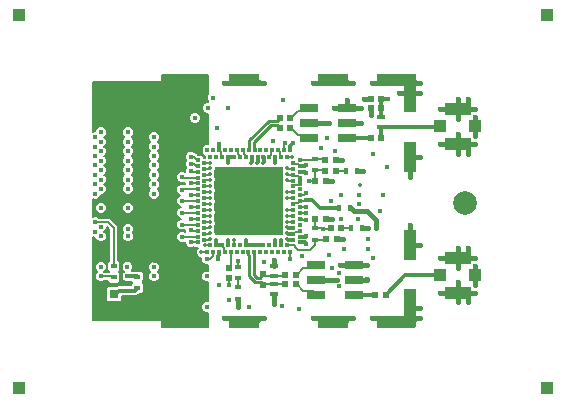
<source format=gtl>
G04 (created by PCBNEW (2013-07-07 BZR 4022)-stable) date 24/11/2015 00:30:32*
%MOIN*%
G04 Gerber Fmt 3.4, Leading zero omitted, Abs format*
%FSLAX34Y34*%
G01*
G70*
G90*
G04 APERTURE LIST*
%ADD10C,0.00590551*%
%ADD11C,0.019685*%
%ADD12R,0.0195X0.0175*%
%ADD13R,0.0175X0.0195*%
%ADD14R,0.0259X0.014*%
%ADD15R,0.0195X0.0195*%
%ADD16R,0.0393701X0.0393701*%
%ADD17R,0.0866142X0.0413386*%
%ADD18R,0.0392X0.0392*%
%ADD19R,0.228346X0.228346*%
%ADD20R,0.0117X0.0275*%
%ADD21R,0.0117X0.0117*%
%ADD22R,0.0117X0.0177*%
%ADD23R,0.0177X0.0117*%
%ADD24R,0.0314X0.0314*%
%ADD25R,0.129921X0.0393701*%
%ADD26R,0.0393701X0.129921*%
%ADD27R,0.102362X0.0393701*%
%ADD28R,0.0393701X0.102362*%
%ADD29C,0.0787402*%
%ADD30R,0.0649606X0.0299213*%
%ADD31C,0.015748*%
%ADD32C,0.0137795*%
%ADD33C,0.015748*%
%ADD34C,0.011811*%
%ADD35C,0.00787402*%
%ADD36C,0.0129921*%
%ADD37C,0.0122047*%
%ADD38C,0.00984252*%
G04 APERTURE END LIST*
G54D10*
G54D11*
X68307Y-52992D03*
X68937Y-52992D03*
X68622Y-52992D03*
X67677Y-52992D03*
X67992Y-52992D03*
X67362Y-52992D03*
X67047Y-52992D03*
X67047Y-52677D03*
X67362Y-52677D03*
X67992Y-52677D03*
X67677Y-52677D03*
X68622Y-52677D03*
X68937Y-52677D03*
X68307Y-52677D03*
X68307Y-52362D03*
X68937Y-52362D03*
X68622Y-52362D03*
X67677Y-52362D03*
X67992Y-52362D03*
X67362Y-52362D03*
X67047Y-52362D03*
X67047Y-51732D03*
X67362Y-51732D03*
X67992Y-51732D03*
X67677Y-51732D03*
X68622Y-51732D03*
X68937Y-51732D03*
X68307Y-51732D03*
X68307Y-52047D03*
X68937Y-52047D03*
X68622Y-52047D03*
X67677Y-52047D03*
X67992Y-52047D03*
X67362Y-52047D03*
X67047Y-52047D03*
X67047Y-51417D03*
X67362Y-51417D03*
X67992Y-51417D03*
X67677Y-51417D03*
X68622Y-51417D03*
X68937Y-51417D03*
X68307Y-51417D03*
X68307Y-51102D03*
X68937Y-51102D03*
X68622Y-51102D03*
X67677Y-51102D03*
X67992Y-51102D03*
X67362Y-51102D03*
X67047Y-51102D03*
G54D12*
X64291Y-54948D03*
X64291Y-54578D03*
G54D13*
X70996Y-52283D03*
X71366Y-52283D03*
G54D12*
X67657Y-54933D03*
X67657Y-55303D03*
X67657Y-54263D03*
X67657Y-54633D03*
G54D13*
X71232Y-51043D03*
X71602Y-51043D03*
G54D12*
X70216Y-53334D03*
X70216Y-52964D03*
G54D13*
X71409Y-52952D03*
X71779Y-52952D03*
G54D12*
X70216Y-50661D03*
X70216Y-51031D03*
X63503Y-54594D03*
X63503Y-54224D03*
G54D14*
X68848Y-54209D03*
X68848Y-54549D03*
X68848Y-55140D03*
X68848Y-54800D03*
G54D15*
X70551Y-50669D03*
X70905Y-50669D03*
X70551Y-51043D03*
X70905Y-51043D03*
X70216Y-51377D03*
X70570Y-51377D03*
X69222Y-54517D03*
X69576Y-54517D03*
X72204Y-55177D03*
X72558Y-55177D03*
X69025Y-49281D03*
X69379Y-49281D03*
X68484Y-54852D03*
X68484Y-54498D03*
X69025Y-49616D03*
X69379Y-49616D03*
X70728Y-52952D03*
X71082Y-52952D03*
X70216Y-52637D03*
X70570Y-52637D03*
X67342Y-54271D03*
X67342Y-54625D03*
X72067Y-49940D03*
X72421Y-49940D03*
X69222Y-54832D03*
X69576Y-54832D03*
X70571Y-53326D03*
X70925Y-53326D03*
G54D16*
X75551Y-54527D03*
X74370Y-54527D03*
G54D17*
X74960Y-55108D03*
X74960Y-53946D03*
G54D16*
X75551Y-49566D03*
X74370Y-49566D03*
G54D17*
X74960Y-50147D03*
X74960Y-48986D03*
G54D18*
X60354Y-58267D03*
X60354Y-45866D03*
X77952Y-58267D03*
X77952Y-45866D03*
G54D19*
X67997Y-52054D03*
G54D20*
X68487Y-52974D03*
X68487Y-52606D03*
X68487Y-52242D03*
X68487Y-51871D03*
X68487Y-51506D03*
X68487Y-51139D03*
X68682Y-51139D03*
X68684Y-51506D03*
X68684Y-51871D03*
X68684Y-52242D03*
X68684Y-52606D03*
X68684Y-52974D03*
X69072Y-52974D03*
X69072Y-52606D03*
X69072Y-52242D03*
X69072Y-51871D03*
X69072Y-51506D03*
X69072Y-51139D03*
X68875Y-51139D03*
X68875Y-51506D03*
X68875Y-51871D03*
X68875Y-52242D03*
X68875Y-52606D03*
X68875Y-52974D03*
X67707Y-52974D03*
X67707Y-52606D03*
X67707Y-52242D03*
X67707Y-51871D03*
X67707Y-51506D03*
X67707Y-51139D03*
X67902Y-51139D03*
X67904Y-51506D03*
X67904Y-51871D03*
X67904Y-52242D03*
X67904Y-52606D03*
X67904Y-52974D03*
X68292Y-52974D03*
X68292Y-52606D03*
X68292Y-52242D03*
X68292Y-51871D03*
X68292Y-51506D03*
X68292Y-51139D03*
X68095Y-51139D03*
X68095Y-51506D03*
X68095Y-51871D03*
X68095Y-52242D03*
X68095Y-52606D03*
X68095Y-52974D03*
X67312Y-52974D03*
X67312Y-52606D03*
X67312Y-52242D03*
X67312Y-51871D03*
X67312Y-51506D03*
X67312Y-51139D03*
X67509Y-51139D03*
X67510Y-51506D03*
X67510Y-51871D03*
X67510Y-52242D03*
X67510Y-52606D03*
X67510Y-52974D03*
X67120Y-52974D03*
X67120Y-52606D03*
X67120Y-52242D03*
X67120Y-51871D03*
X67120Y-51506D03*
X67120Y-51139D03*
G54D21*
X69081Y-50580D03*
X69278Y-50580D03*
X68883Y-50580D03*
X68686Y-50580D03*
X68490Y-50580D03*
X68293Y-50580D03*
X68096Y-50580D03*
X67900Y-50580D03*
X67703Y-50580D03*
X67505Y-50580D03*
X67308Y-50580D03*
X67111Y-50580D03*
X66916Y-50580D03*
G54D22*
X69375Y-50356D03*
X69178Y-50356D03*
X68983Y-50356D03*
X68786Y-50356D03*
X68588Y-50356D03*
X68391Y-50356D03*
X68195Y-50356D03*
X67998Y-50356D03*
X67801Y-50356D03*
X67605Y-50356D03*
X67408Y-50356D03*
X67211Y-50356D03*
X67013Y-50356D03*
X66816Y-50356D03*
G54D21*
X66718Y-50580D03*
G54D23*
X69698Y-50679D03*
G54D21*
X69473Y-50779D03*
G54D23*
X69698Y-50878D03*
X69698Y-51074D03*
X69698Y-51271D03*
X69698Y-51468D03*
X69698Y-51664D03*
X69696Y-51861D03*
X69698Y-52058D03*
X69698Y-52254D03*
X69698Y-52453D03*
X69698Y-52648D03*
X69698Y-52846D03*
X69698Y-53043D03*
X69698Y-53238D03*
X69698Y-53426D03*
G54D21*
X69473Y-50976D03*
X69473Y-51171D03*
X69473Y-51369D03*
X69473Y-51566D03*
X69473Y-51763D03*
X69473Y-51959D03*
X69473Y-52158D03*
X69473Y-52353D03*
X69473Y-52549D03*
X69473Y-52748D03*
X69473Y-52944D03*
X69473Y-53338D03*
X69473Y-53141D03*
X69075Y-53531D03*
X69271Y-53531D03*
X68878Y-53531D03*
X68681Y-53531D03*
X68483Y-53531D03*
X68288Y-53531D03*
X68091Y-53531D03*
X67893Y-53531D03*
X67696Y-53531D03*
X67500Y-53531D03*
X67303Y-53531D03*
X67105Y-53531D03*
X66910Y-53531D03*
G54D22*
X69368Y-53756D03*
X69171Y-53756D03*
X68976Y-53756D03*
X68780Y-53756D03*
X68583Y-53756D03*
X68386Y-53756D03*
X68188Y-53756D03*
X67991Y-53756D03*
X67795Y-53755D03*
X67598Y-53756D03*
X67401Y-53756D03*
X67205Y-53756D03*
X67008Y-53756D03*
X66811Y-53756D03*
G54D21*
X66713Y-53531D03*
G54D22*
X66613Y-53756D03*
X66619Y-50356D03*
G54D23*
X66296Y-50678D03*
G54D21*
X66521Y-50777D03*
G54D23*
X66296Y-50875D03*
X66296Y-51072D03*
X66296Y-51269D03*
X66296Y-51466D03*
X66296Y-51663D03*
X66296Y-51859D03*
X66296Y-52056D03*
X66296Y-52253D03*
X66296Y-52450D03*
X66296Y-52647D03*
X66296Y-52844D03*
X66296Y-53041D03*
X66296Y-53236D03*
X66296Y-53433D03*
G54D21*
X66521Y-50974D03*
X66521Y-51170D03*
X66521Y-51367D03*
X66521Y-51564D03*
X66521Y-51761D03*
X66521Y-51958D03*
X66521Y-52155D03*
X66521Y-52352D03*
X66521Y-52548D03*
X66521Y-52745D03*
X66521Y-52942D03*
X66521Y-53336D03*
X66521Y-53139D03*
G54D20*
X66924Y-51139D03*
X66924Y-51506D03*
X66924Y-51871D03*
X66924Y-52242D03*
X66924Y-52606D03*
X66924Y-52974D03*
G54D24*
X63503Y-55787D03*
X63503Y-55157D03*
G54D25*
X72913Y-56082D03*
G54D26*
X73366Y-55629D03*
G54D25*
X65748Y-56082D03*
G54D26*
X65295Y-55629D03*
X73366Y-48464D03*
G54D25*
X72913Y-48011D03*
X65748Y-48011D03*
G54D26*
X65295Y-48464D03*
G54D27*
X70807Y-48011D03*
X67854Y-48011D03*
X67854Y-56082D03*
G54D28*
X65295Y-50570D03*
X65295Y-53523D03*
X73366Y-50570D03*
X73366Y-53523D03*
G54D27*
X70807Y-56082D03*
G54D29*
X75196Y-52106D03*
G54D30*
X70250Y-55175D03*
X70250Y-54175D03*
X71501Y-55175D03*
X71501Y-54175D03*
X71501Y-54675D03*
X70250Y-54675D03*
X70023Y-49948D03*
X70023Y-48948D03*
X71275Y-49948D03*
X71275Y-48948D03*
X71275Y-49448D03*
X70023Y-49448D03*
G54D14*
X72421Y-49239D03*
X72421Y-49579D03*
G54D15*
X72421Y-48641D03*
X72067Y-48641D03*
X72421Y-48956D03*
X72067Y-48956D03*
G54D31*
X64842Y-54251D03*
X63070Y-54251D03*
X63956Y-54251D03*
X66614Y-55590D03*
X69685Y-55649D03*
X72618Y-50905D03*
X72244Y-52952D03*
X72657Y-48641D03*
X63956Y-54566D03*
X63070Y-54566D03*
X64842Y-54566D03*
X66811Y-48602D03*
X71082Y-51850D03*
X67303Y-48956D03*
X72125Y-53937D03*
X69133Y-48681D03*
X66633Y-48956D03*
X69114Y-55551D03*
X72480Y-51850D03*
X70610Y-49940D03*
X68838Y-54015D03*
X68838Y-55492D03*
X71082Y-52637D03*
X62874Y-53070D03*
X63976Y-52992D03*
X71003Y-54881D03*
X63070Y-53228D03*
X72381Y-52381D03*
X63070Y-52913D03*
X71988Y-53326D03*
X71830Y-48641D03*
X72066Y-49192D03*
X71948Y-54665D03*
X71948Y-54173D03*
X71043Y-54173D03*
X70925Y-54685D03*
X70708Y-54685D03*
X71732Y-49448D03*
X71279Y-48681D03*
X70826Y-48956D03*
X71732Y-48956D03*
X70472Y-49448D03*
X70688Y-49448D03*
X64842Y-49133D03*
X64842Y-54015D03*
X64842Y-53779D03*
X64842Y-48818D03*
X64842Y-48582D03*
X64842Y-48267D03*
X74960Y-49330D03*
X74960Y-49822D03*
X64842Y-55826D03*
X64842Y-55511D03*
X64842Y-55275D03*
X64842Y-53464D03*
X62874Y-49606D03*
X64842Y-49488D03*
X63956Y-49448D03*
X63956Y-48897D03*
X63070Y-49133D03*
X63956Y-49133D03*
X63956Y-48267D03*
X63956Y-48582D03*
X63070Y-48267D03*
X63070Y-48582D03*
X63070Y-48897D03*
X63956Y-55826D03*
X63956Y-55275D03*
X63070Y-55275D03*
X63956Y-55511D03*
X63070Y-55511D03*
X63070Y-55826D03*
X64842Y-54803D03*
X63956Y-54803D03*
X63956Y-54015D03*
X63956Y-53779D03*
X63956Y-53464D03*
X63070Y-54803D03*
X63070Y-54015D03*
X63070Y-53779D03*
X63070Y-53464D03*
X65846Y-48759D03*
X66555Y-55964D03*
X67185Y-55964D03*
X68523Y-55964D03*
X70137Y-55964D03*
X71476Y-55964D03*
X72106Y-55964D03*
X73720Y-55964D03*
X73720Y-55629D03*
X73720Y-53523D03*
X73366Y-52854D03*
X73720Y-50570D03*
X73366Y-51240D03*
X73720Y-48464D03*
X73011Y-48464D03*
X73720Y-48129D03*
X72106Y-48129D03*
X71476Y-48129D03*
X70137Y-48129D03*
X68523Y-48129D03*
X67185Y-48129D03*
X66555Y-48129D03*
X65649Y-48464D03*
X65295Y-49232D03*
X74370Y-55118D03*
X74370Y-53937D03*
X75314Y-55433D03*
X75314Y-53622D03*
X75314Y-50472D03*
X75314Y-48661D03*
X67657Y-55590D03*
X68011Y-55590D03*
X67007Y-54842D03*
X65846Y-49685D03*
X65767Y-54271D03*
G54D32*
X68484Y-50767D03*
X68287Y-50767D03*
X69074Y-53346D03*
G54D31*
X69488Y-50118D03*
X75551Y-54842D03*
X75551Y-54212D03*
X74960Y-54763D03*
X74960Y-55433D03*
X75551Y-55118D03*
X74960Y-54291D03*
X74960Y-53622D03*
X75551Y-53937D03*
X74960Y-50472D03*
X75551Y-50157D03*
X75551Y-49881D03*
X75551Y-49251D03*
X74960Y-48661D03*
X75551Y-48976D03*
X68818Y-50039D03*
X67342Y-55334D03*
X67342Y-54842D03*
X72125Y-50472D03*
G54D32*
X68877Y-50767D03*
G54D31*
X68503Y-54094D03*
X70767Y-54291D03*
G54D32*
X68877Y-53346D03*
G54D31*
X71633Y-52637D03*
X69783Y-53877D03*
X70669Y-53858D03*
X71988Y-53641D03*
X70748Y-52047D03*
X66279Y-49724D03*
X66948Y-49625D03*
X71141Y-53326D03*
X71988Y-52952D03*
X70787Y-52637D03*
X71811Y-51043D03*
X71122Y-50669D03*
X70787Y-51377D03*
X70866Y-50393D03*
X70393Y-50295D03*
X74370Y-50157D03*
X74370Y-48976D03*
X66200Y-49291D03*
X65787Y-51259D03*
G54D32*
X69291Y-51948D03*
X67500Y-53346D03*
G54D31*
X67657Y-54055D03*
G54D32*
X69448Y-50570D03*
G54D31*
X69921Y-53228D03*
X69921Y-52017D03*
G54D32*
X67322Y-50767D03*
G54D31*
X67007Y-50137D03*
X69370Y-53976D03*
G54D32*
X69291Y-51161D03*
G54D31*
X69901Y-50866D03*
X66968Y-53996D03*
X66062Y-50590D03*
G54D32*
X66712Y-52342D03*
X66712Y-51751D03*
G54D31*
X69901Y-51102D03*
G54D32*
X69291Y-53326D03*
X68090Y-50767D03*
G54D31*
X69192Y-50118D03*
G54D32*
X67893Y-53346D03*
X67303Y-53346D03*
X71712Y-51515D03*
X69291Y-50964D03*
X69291Y-53129D03*
G54D31*
X69921Y-53484D03*
X66614Y-54566D03*
G54D32*
X66909Y-53346D03*
G54D31*
X69921Y-52696D03*
X69921Y-52460D03*
G54D32*
X69291Y-52549D03*
G54D31*
X71003Y-54438D03*
G54D32*
X69291Y-52352D03*
G54D31*
X71181Y-53641D03*
G54D32*
X69291Y-52933D03*
G54D31*
X70472Y-52972D03*
G54D32*
X69291Y-51358D03*
G54D31*
X70000Y-51377D03*
X63976Y-53228D03*
X69921Y-52244D03*
X69921Y-51791D03*
X62874Y-52755D03*
X66062Y-52244D03*
X63976Y-50708D03*
X65787Y-52047D03*
X64842Y-50551D03*
X62874Y-50551D03*
G54D32*
X66712Y-51948D03*
G54D31*
X63976Y-49763D03*
X66062Y-50826D03*
X63070Y-49763D03*
G54D32*
X66712Y-50767D03*
G54D31*
X63976Y-50393D03*
X66062Y-51850D03*
X63070Y-50393D03*
G54D32*
X66712Y-51555D03*
G54D31*
X64842Y-50236D03*
X65787Y-51673D03*
X62874Y-50236D03*
G54D32*
X66712Y-51358D03*
G54D31*
X63976Y-50078D03*
X66062Y-51456D03*
G54D32*
X66712Y-51161D03*
G54D31*
X63070Y-50078D03*
X64842Y-49921D03*
X66062Y-51062D03*
X62874Y-49921D03*
G54D32*
X66712Y-50964D03*
G54D31*
X63070Y-50708D03*
G54D32*
X66712Y-52145D03*
G54D31*
X63976Y-52283D03*
G54D32*
X69291Y-51761D03*
G54D31*
X71673Y-51850D03*
X65787Y-52440D03*
X64842Y-50866D03*
X66062Y-52637D03*
X63976Y-51023D03*
G54D32*
X66712Y-52736D03*
G54D31*
X63070Y-51023D03*
X63976Y-51653D03*
G54D32*
X66535Y-53523D03*
G54D31*
X63070Y-51653D03*
X66614Y-53996D03*
X64842Y-51811D03*
X65787Y-52834D03*
X62874Y-51181D03*
G54D32*
X66712Y-52933D03*
G54D31*
X64842Y-51496D03*
X66062Y-53031D03*
X62874Y-51496D03*
G54D32*
X66712Y-53129D03*
G54D31*
X64842Y-51181D03*
X65787Y-53248D03*
G54D32*
X66712Y-53326D03*
G54D31*
X62874Y-51811D03*
X63976Y-51338D03*
X66062Y-53425D03*
X63070Y-51338D03*
G54D32*
X66417Y-53759D03*
G54D31*
X62874Y-50866D03*
G54D32*
X66712Y-52539D03*
G54D31*
X63070Y-52283D03*
X71673Y-52145D03*
G54D32*
X69291Y-52746D03*
G54D33*
X71366Y-52283D02*
X71417Y-52283D01*
X72244Y-52677D02*
X72244Y-52952D01*
X71948Y-52381D02*
X72244Y-52677D01*
X71515Y-52381D02*
X71948Y-52381D01*
X71417Y-52283D02*
X71515Y-52381D01*
G54D34*
X72421Y-48641D02*
X72657Y-48641D01*
X72421Y-48956D02*
X72421Y-48641D01*
X72421Y-49239D02*
X72421Y-48956D01*
X72421Y-48956D02*
X72421Y-48956D01*
X63956Y-54566D02*
X64279Y-54566D01*
G54D35*
X64279Y-54566D02*
X64291Y-54578D01*
X63070Y-54566D02*
X63476Y-54566D01*
X63476Y-54566D02*
X63503Y-54594D01*
G54D33*
X68848Y-54025D02*
X68838Y-54015D01*
X68848Y-54025D02*
X68848Y-54209D01*
X68848Y-55482D02*
X68838Y-55492D01*
X68848Y-55482D02*
X68848Y-55140D01*
X72067Y-48641D02*
X71830Y-48641D01*
X72067Y-48956D02*
X72067Y-49192D01*
X72067Y-49192D02*
X72066Y-49192D01*
X71491Y-54675D02*
X71938Y-54675D01*
X71938Y-54675D02*
X71948Y-54665D01*
X71502Y-54175D02*
X71946Y-54175D01*
X71946Y-54175D02*
X71948Y-54173D01*
X71502Y-54175D02*
X71045Y-54175D01*
X71045Y-54175D02*
X71043Y-54173D01*
X70251Y-54675D02*
X70915Y-54675D01*
X70915Y-54675D02*
X70925Y-54685D01*
X70251Y-54675D02*
X70699Y-54675D01*
X70699Y-54675D02*
X70708Y-54685D01*
X71275Y-49448D02*
X71732Y-49448D01*
X71732Y-49448D02*
X71732Y-49448D01*
X71276Y-48949D02*
X71276Y-48684D01*
X71276Y-48684D02*
X71279Y-48681D01*
X71276Y-48949D02*
X70834Y-48949D01*
X70834Y-48949D02*
X70826Y-48956D01*
X71276Y-48949D02*
X71724Y-48949D01*
X71724Y-48949D02*
X71732Y-48956D01*
X70688Y-49448D02*
X70472Y-49448D01*
X70472Y-49449D02*
X70472Y-49448D01*
X70472Y-49449D02*
X70025Y-49449D01*
X64842Y-49133D02*
X65295Y-49133D01*
X64842Y-54015D02*
X65314Y-54015D01*
X65295Y-53996D02*
X65295Y-53523D01*
X65314Y-54015D02*
X65295Y-53996D01*
X64842Y-53779D02*
X65413Y-53779D01*
X65413Y-53779D02*
X65295Y-53661D01*
X65295Y-53661D02*
X65295Y-53523D01*
X64842Y-48818D02*
X65374Y-48818D01*
X65295Y-48740D02*
X65295Y-48464D01*
X65374Y-48818D02*
X65295Y-48740D01*
X64842Y-48582D02*
X65177Y-48582D01*
X65177Y-48582D02*
X65295Y-48464D01*
X64842Y-48267D02*
X65275Y-48267D01*
X65295Y-48287D02*
X65295Y-48464D01*
X65275Y-48267D02*
X65295Y-48287D01*
X74960Y-48986D02*
X74960Y-49330D01*
X74960Y-50147D02*
X74960Y-49822D01*
X64842Y-55826D02*
X65354Y-55826D01*
X65295Y-55767D02*
X65295Y-55629D01*
X65354Y-55826D02*
X65295Y-55767D01*
X64842Y-55511D02*
X65177Y-55511D01*
X65177Y-55511D02*
X65295Y-55629D01*
X64842Y-55275D02*
X65314Y-55275D01*
X65295Y-55295D02*
X65295Y-55629D01*
X65314Y-55275D02*
X65295Y-55295D01*
X64842Y-53464D02*
X65236Y-53464D01*
X65236Y-53464D02*
X65295Y-53523D01*
G54D34*
X63956Y-55826D02*
X63543Y-55826D01*
X63543Y-55826D02*
X63503Y-55787D01*
G54D33*
X65295Y-50570D02*
X65295Y-49232D01*
X66279Y-56082D02*
X66397Y-55964D01*
X66397Y-55964D02*
X66555Y-55964D01*
X65748Y-56082D02*
X66279Y-56082D01*
X67460Y-56082D02*
X67342Y-55964D01*
X67342Y-55964D02*
X67185Y-55964D01*
X67854Y-56082D02*
X67460Y-56082D01*
X68248Y-56082D02*
X68366Y-55964D01*
X68366Y-55964D02*
X68523Y-55964D01*
X67854Y-56082D02*
X68248Y-56082D01*
X70413Y-56082D02*
X70295Y-55964D01*
X70295Y-55964D02*
X70137Y-55964D01*
X70807Y-56082D02*
X70413Y-56082D01*
X71200Y-56082D02*
X71318Y-55964D01*
X71318Y-55964D02*
X71476Y-55964D01*
X70807Y-56082D02*
X71200Y-56082D01*
X72381Y-56082D02*
X72263Y-55964D01*
X72263Y-55964D02*
X72106Y-55964D01*
X72913Y-56082D02*
X72381Y-56082D01*
X73444Y-56082D02*
X73562Y-55964D01*
X73562Y-55964D02*
X73720Y-55964D01*
X72913Y-56082D02*
X73444Y-56082D01*
X73720Y-55629D02*
X73366Y-55629D01*
X73720Y-53523D02*
X73366Y-53523D01*
X73366Y-52854D02*
X73366Y-53523D01*
X73720Y-50570D02*
X73366Y-50570D01*
X73366Y-51240D02*
X73366Y-50570D01*
X73720Y-48464D02*
X73366Y-48464D01*
X73011Y-48464D02*
X73366Y-48464D01*
X73444Y-48011D02*
X73562Y-48129D01*
X73562Y-48129D02*
X73720Y-48129D01*
X72913Y-48011D02*
X73444Y-48011D01*
X72421Y-48011D02*
X72303Y-48129D01*
X72303Y-48129D02*
X72106Y-48129D01*
X72913Y-48011D02*
X72421Y-48011D01*
X71181Y-48011D02*
X71299Y-48129D01*
X71299Y-48129D02*
X71476Y-48129D01*
X70807Y-48011D02*
X71181Y-48011D01*
X70452Y-48011D02*
X70334Y-48129D01*
X70334Y-48129D02*
X70137Y-48129D01*
X70807Y-48011D02*
X70452Y-48011D01*
X68248Y-48011D02*
X68366Y-48129D01*
X68366Y-48129D02*
X68523Y-48129D01*
X67854Y-48011D02*
X68248Y-48011D01*
X67480Y-48011D02*
X67362Y-48129D01*
X67362Y-48129D02*
X67185Y-48129D01*
X67854Y-48011D02*
X67480Y-48011D01*
X66279Y-48011D02*
X66397Y-48129D01*
X66397Y-48129D02*
X66555Y-48129D01*
X65748Y-48011D02*
X66279Y-48011D01*
X65649Y-48464D02*
X65295Y-48464D01*
X65295Y-49232D02*
X65295Y-49133D01*
X65295Y-49133D02*
X65295Y-48464D01*
X74960Y-55108D02*
X74379Y-55108D01*
X74379Y-55108D02*
X74370Y-55118D01*
X74960Y-53946D02*
X74379Y-53946D01*
X74379Y-53946D02*
X74370Y-53937D01*
X75314Y-55108D02*
X75314Y-55433D01*
X75314Y-53946D02*
X75314Y-53622D01*
X75314Y-50147D02*
X75314Y-50472D01*
X75314Y-48986D02*
X75314Y-48661D01*
X67657Y-55303D02*
X67657Y-55590D01*
G54D34*
X68493Y-50578D02*
X68493Y-50758D01*
X68493Y-50758D02*
X68484Y-50767D01*
X68296Y-50578D02*
X68296Y-50758D01*
X68296Y-50758D02*
X68287Y-50767D01*
X69078Y-53529D02*
X69078Y-53349D01*
X69078Y-53349D02*
X69074Y-53346D01*
X69378Y-50354D02*
X69378Y-50228D01*
X69378Y-50228D02*
X69488Y-50118D01*
G54D33*
X75551Y-54527D02*
X75551Y-54842D01*
X75551Y-54527D02*
X75551Y-54212D01*
X74960Y-55108D02*
X74960Y-54763D01*
X74960Y-55108D02*
X74960Y-55433D01*
X74960Y-55108D02*
X75541Y-55108D01*
X75541Y-55108D02*
X75551Y-55118D01*
X74960Y-53946D02*
X74960Y-54291D01*
X74960Y-53946D02*
X74960Y-53622D01*
X74960Y-53946D02*
X75541Y-53946D01*
X75541Y-53946D02*
X75551Y-53937D01*
X74960Y-50147D02*
X74960Y-50472D01*
X74960Y-50147D02*
X75541Y-50147D01*
X75541Y-50147D02*
X75551Y-50157D01*
X75551Y-49566D02*
X75551Y-49881D01*
X75551Y-49566D02*
X75551Y-49251D01*
X74960Y-48986D02*
X74960Y-48661D01*
X74960Y-48986D02*
X75541Y-48986D01*
X75541Y-48986D02*
X75551Y-48976D01*
G54D35*
X67342Y-54625D02*
X67342Y-54842D01*
G54D34*
X68886Y-50578D02*
X68886Y-50759D01*
X68886Y-50759D02*
X68877Y-50767D01*
X68881Y-53349D02*
X68877Y-53346D01*
X68881Y-53529D02*
X68881Y-53349D01*
G54D33*
X70925Y-53326D02*
X71141Y-53326D01*
X71779Y-52952D02*
X71988Y-52952D01*
X70570Y-52637D02*
X70787Y-52637D01*
X71602Y-51043D02*
X71811Y-51043D01*
X70905Y-50669D02*
X71122Y-50669D01*
X70570Y-51377D02*
X70787Y-51377D01*
X74960Y-50147D02*
X74379Y-50147D01*
X74379Y-50147D02*
X74370Y-50157D01*
X74960Y-48986D02*
X74379Y-48986D01*
X74379Y-48986D02*
X74370Y-48976D01*
G54D10*
X65796Y-51269D02*
X65787Y-51259D01*
X65796Y-51269D02*
X66296Y-51269D01*
G54D35*
X69476Y-51957D02*
X69299Y-51957D01*
X69299Y-51957D02*
X69291Y-51948D01*
X67503Y-53349D02*
X67500Y-53346D01*
X67503Y-53529D02*
X67503Y-53349D01*
X67657Y-54055D02*
X67657Y-54263D01*
X69441Y-50578D02*
X69448Y-50570D01*
X69281Y-50578D02*
X69441Y-50578D01*
X69576Y-54517D02*
X69596Y-54517D01*
X70136Y-54291D02*
X70251Y-54175D01*
X69822Y-54291D02*
X70136Y-54291D01*
X69596Y-54517D02*
X69822Y-54291D01*
G54D36*
X74370Y-54527D02*
X73208Y-54527D01*
X73208Y-54527D02*
X72558Y-55177D01*
G54D35*
X70135Y-55059D02*
X70251Y-55175D01*
X69822Y-55059D02*
X70135Y-55059D01*
X69576Y-54832D02*
X69596Y-54832D01*
X69596Y-54832D02*
X69822Y-55059D01*
G54D36*
X72067Y-49940D02*
X71284Y-49940D01*
G54D37*
X71284Y-49940D02*
X71276Y-49949D01*
G54D34*
X69913Y-53236D02*
X69921Y-53228D01*
X69701Y-53236D02*
X69913Y-53236D01*
G54D35*
X69379Y-49281D02*
X69399Y-49281D01*
X69919Y-49055D02*
X70025Y-48949D01*
X69625Y-49055D02*
X69919Y-49055D01*
X69399Y-49281D02*
X69625Y-49055D01*
G54D38*
X68011Y-54409D02*
X68011Y-54566D01*
X68011Y-54566D02*
X68208Y-54763D01*
X68395Y-54763D02*
X68484Y-54852D01*
X68208Y-54763D02*
X68395Y-54763D01*
G54D35*
X68848Y-54800D02*
X68535Y-54800D01*
X68535Y-54800D02*
X68484Y-54852D01*
G54D38*
X67991Y-53756D02*
X67991Y-53837D01*
X68011Y-53858D02*
X68011Y-54409D01*
X67991Y-53837D02*
X68011Y-53858D01*
G54D35*
X68848Y-54800D02*
X69190Y-54800D01*
X69190Y-54800D02*
X69222Y-54832D01*
G54D10*
X69084Y-50578D02*
X69084Y-50540D01*
X69035Y-50403D02*
X68986Y-50354D01*
X69035Y-50492D02*
X69035Y-50403D01*
X69084Y-50540D02*
X69035Y-50492D01*
G54D35*
X69918Y-49842D02*
X70025Y-49949D01*
X69625Y-49842D02*
X69918Y-49842D01*
X69379Y-49616D02*
X69399Y-49616D01*
X69399Y-49616D02*
X69625Y-49842D01*
G54D34*
X70996Y-52283D02*
X70374Y-52283D01*
X70108Y-52017D02*
X69921Y-52017D01*
X70374Y-52283D02*
X70108Y-52017D01*
G54D35*
X69882Y-52056D02*
X69921Y-52017D01*
X69701Y-52056D02*
X69882Y-52056D01*
G54D10*
X69476Y-52156D02*
X69516Y-52156D01*
X69651Y-52106D02*
X69701Y-52056D01*
X69566Y-52106D02*
X69651Y-52106D01*
X69516Y-52156D02*
X69566Y-52106D01*
G54D38*
X68661Y-49370D02*
X68818Y-49370D01*
X68818Y-49370D02*
X68937Y-49370D01*
X69025Y-49281D02*
X68937Y-49370D01*
X68011Y-50342D02*
X67998Y-50356D01*
X68011Y-50157D02*
X68011Y-50342D01*
X68011Y-50019D02*
X68661Y-49370D01*
X68011Y-50157D02*
X68011Y-50019D01*
G54D10*
X67903Y-50578D02*
X67903Y-50541D01*
X67854Y-50404D02*
X67804Y-50354D01*
X67854Y-50492D02*
X67854Y-50404D01*
X67903Y-50541D02*
X67854Y-50492D01*
G54D38*
X68169Y-50236D02*
X68169Y-50098D01*
X68169Y-50098D02*
X68740Y-49527D01*
X68169Y-50330D02*
X68195Y-50356D01*
X68169Y-50236D02*
X68169Y-50330D01*
X68937Y-49527D02*
X69025Y-49616D01*
X68740Y-49527D02*
X68937Y-49527D01*
G54D10*
X67706Y-50578D02*
X67706Y-50540D01*
X67657Y-50403D02*
X67608Y-50354D01*
X67657Y-50492D02*
X67657Y-50403D01*
X67706Y-50540D02*
X67657Y-50492D01*
X68689Y-50578D02*
X68689Y-50562D01*
X68740Y-50403D02*
X68789Y-50354D01*
X68740Y-50511D02*
X68740Y-50403D01*
X68689Y-50562D02*
X68740Y-50511D01*
G54D38*
X68169Y-54311D02*
X68169Y-54507D01*
X68169Y-54507D02*
X68267Y-54606D01*
X68376Y-54606D02*
X68484Y-54498D01*
X68267Y-54606D02*
X68376Y-54606D01*
G54D35*
X68848Y-54549D02*
X68535Y-54549D01*
X68535Y-54549D02*
X68484Y-54498D01*
G54D38*
X68188Y-53756D02*
X68188Y-53839D01*
X68188Y-53839D02*
X68169Y-53858D01*
X68169Y-53858D02*
X68169Y-54311D01*
G54D35*
X68848Y-54549D02*
X69190Y-54549D01*
X69190Y-54549D02*
X69222Y-54517D01*
G54D36*
X72204Y-55177D02*
X71504Y-55177D01*
G54D37*
X71504Y-55177D02*
X71502Y-55175D01*
G54D36*
X72421Y-49579D02*
X74357Y-49579D01*
X74357Y-49579D02*
X74370Y-49566D01*
X72421Y-49940D02*
X72421Y-49579D01*
X72421Y-49579D02*
X72421Y-49579D01*
G54D34*
X67311Y-50756D02*
X67322Y-50767D01*
X67311Y-50578D02*
X67311Y-50756D01*
X67311Y-50578D02*
X67508Y-50578D01*
G54D10*
X67114Y-50578D02*
X67114Y-50559D01*
X67066Y-50405D02*
X67016Y-50354D01*
X67066Y-50511D02*
X67066Y-50405D01*
X67114Y-50559D02*
X67066Y-50511D01*
G54D34*
X67016Y-50146D02*
X67007Y-50137D01*
X67016Y-50354D02*
X67016Y-50146D01*
G54D35*
X69371Y-53975D02*
X69370Y-53976D01*
X69371Y-53754D02*
X69371Y-53975D01*
G54D10*
X69476Y-50777D02*
X69497Y-50777D01*
X69651Y-50826D02*
X69701Y-50876D01*
X69547Y-50826D02*
X69651Y-50826D01*
X69497Y-50777D02*
X69547Y-50826D01*
G54D35*
X69299Y-51169D02*
X69291Y-51161D01*
X69476Y-51169D02*
X69299Y-51169D01*
G54D34*
X69891Y-50876D02*
X69901Y-50866D01*
X69891Y-50876D02*
X69701Y-50876D01*
X69701Y-51269D02*
X69701Y-51466D01*
G54D10*
X69476Y-51564D02*
X69498Y-51564D01*
X69498Y-51564D02*
X69547Y-51515D01*
X69547Y-51515D02*
X69651Y-51515D01*
X69651Y-51515D02*
X69701Y-51466D01*
X69476Y-51169D02*
X69496Y-51169D01*
X69652Y-51220D02*
X69701Y-51269D01*
X69547Y-51220D02*
X69652Y-51220D01*
X69496Y-51169D02*
X69547Y-51220D01*
G54D34*
X67011Y-53754D02*
X67011Y-53854D01*
X66968Y-53897D02*
X66968Y-53996D01*
X67011Y-53854D02*
X66968Y-53897D01*
G54D35*
X66296Y-50678D02*
X66268Y-50678D01*
X66181Y-50590D02*
X66062Y-50590D01*
X66268Y-50678D02*
X66181Y-50590D01*
X66704Y-52350D02*
X66712Y-52342D01*
X66704Y-52350D02*
X66524Y-52350D01*
X66705Y-51759D02*
X66524Y-51759D01*
X66705Y-51759D02*
X66712Y-51751D01*
G54D34*
X69871Y-51072D02*
X69901Y-51102D01*
X69701Y-51072D02*
X69871Y-51072D01*
X69300Y-53336D02*
X69291Y-53326D01*
X69476Y-53336D02*
X69300Y-53336D01*
X68099Y-50578D02*
X68099Y-50759D01*
X68099Y-50759D02*
X68090Y-50767D01*
G54D35*
X69181Y-50129D02*
X69192Y-50118D01*
X69181Y-50354D02*
X69181Y-50129D01*
G54D34*
X67896Y-53529D02*
X67896Y-53348D01*
X67896Y-53348D02*
X67893Y-53346D01*
X68291Y-53529D02*
X68486Y-53529D01*
X68291Y-53529D02*
X68094Y-53529D01*
X67896Y-53529D02*
X68094Y-53529D01*
X67306Y-53349D02*
X67303Y-53346D01*
X67306Y-53529D02*
X67306Y-53349D01*
G54D35*
X69301Y-50974D02*
X69291Y-50964D01*
X69476Y-50974D02*
X69301Y-50974D01*
G54D34*
X69300Y-53139D02*
X69291Y-53129D01*
X69476Y-53139D02*
X69300Y-53139D01*
X69861Y-53424D02*
X69921Y-53484D01*
X69861Y-53424D02*
X69701Y-53424D01*
G54D10*
X69476Y-53139D02*
X69498Y-53139D01*
X69651Y-53090D02*
X69701Y-53041D01*
X69547Y-53090D02*
X69651Y-53090D01*
X69498Y-53139D02*
X69547Y-53090D01*
G54D34*
X66913Y-53529D02*
X66913Y-53350D01*
X66913Y-53350D02*
X66909Y-53346D01*
G54D10*
X67108Y-53529D02*
X67108Y-53564D01*
X67165Y-53711D02*
X67208Y-53754D01*
X67165Y-53622D02*
X67165Y-53711D01*
X67108Y-53564D02*
X67165Y-53622D01*
G54D34*
X66913Y-53529D02*
X67108Y-53529D01*
G54D35*
X69772Y-52646D02*
X69822Y-52696D01*
X69822Y-52696D02*
X69921Y-52696D01*
X69772Y-52646D02*
X69701Y-52646D01*
X69911Y-52451D02*
X69921Y-52460D01*
X69701Y-52451D02*
X69911Y-52451D01*
X69293Y-52547D02*
X69291Y-52549D01*
X69293Y-52547D02*
X69476Y-52547D01*
G54D34*
X63503Y-55157D02*
X63543Y-55157D01*
X64200Y-55039D02*
X64291Y-54948D01*
X63661Y-55039D02*
X64200Y-55039D01*
X63543Y-55157D02*
X63661Y-55039D01*
G54D35*
X69476Y-52351D02*
X69292Y-52351D01*
X69292Y-52351D02*
X69291Y-52352D01*
X67404Y-53754D02*
X67404Y-54210D01*
X67404Y-54210D02*
X67342Y-54271D01*
X67657Y-54633D02*
X67657Y-54933D01*
X70905Y-51043D02*
X71232Y-51043D01*
X71082Y-52952D02*
X71409Y-52952D01*
G54D34*
X69476Y-52942D02*
X69300Y-52942D01*
X69300Y-52942D02*
X69291Y-52933D01*
G54D35*
X70472Y-52972D02*
X70708Y-52972D01*
X70464Y-52964D02*
X70472Y-52972D01*
X70216Y-52964D02*
X70464Y-52964D01*
X70708Y-52972D02*
X70728Y-52952D01*
X70216Y-52854D02*
X70216Y-52637D01*
X70216Y-52964D02*
X70216Y-52854D01*
X70216Y-52637D02*
X70216Y-52637D01*
X69274Y-53529D02*
X69493Y-53529D01*
X69493Y-53529D02*
X69645Y-53681D01*
X70216Y-53503D02*
X70216Y-53334D01*
X70039Y-53681D02*
X70216Y-53503D01*
X69645Y-53681D02*
X70039Y-53681D01*
X69493Y-53529D02*
X69566Y-53602D01*
X70216Y-53334D02*
X70563Y-53334D01*
X70563Y-53334D02*
X70571Y-53326D01*
X69701Y-50677D02*
X70200Y-50677D01*
X70200Y-50677D02*
X70216Y-50661D01*
X70216Y-50661D02*
X70543Y-50661D01*
X70543Y-50661D02*
X70551Y-50669D01*
X69300Y-51367D02*
X69476Y-51367D01*
X69300Y-51367D02*
X69291Y-51358D01*
X70000Y-51377D02*
X70216Y-51377D01*
X70216Y-51377D02*
X70216Y-51031D01*
X70216Y-51031D02*
X70216Y-51031D01*
X70216Y-51031D02*
X70539Y-51031D01*
X70539Y-51031D02*
X70551Y-51043D01*
X69913Y-52252D02*
X69921Y-52244D01*
X69913Y-52252D02*
X69701Y-52252D01*
G54D10*
X63503Y-54224D02*
X63503Y-52952D01*
X63307Y-52755D02*
X62874Y-52755D01*
X63503Y-52952D02*
X63307Y-52755D01*
G54D35*
X69696Y-51861D02*
X69851Y-51861D01*
X69851Y-51861D02*
X69921Y-51791D01*
X66070Y-52251D02*
X66062Y-52244D01*
X66299Y-52251D02*
X66070Y-52251D01*
G54D10*
X66296Y-52056D02*
X65796Y-52056D01*
X65796Y-52056D02*
X65787Y-52047D01*
G54D35*
X66705Y-51956D02*
X66712Y-51948D01*
X66524Y-51956D02*
X66705Y-51956D01*
X66181Y-50826D02*
X66062Y-50826D01*
X66229Y-50875D02*
X66296Y-50875D01*
X66229Y-50875D02*
X66181Y-50826D01*
X66704Y-50775D02*
X66712Y-50767D01*
X66704Y-50775D02*
X66524Y-50775D01*
X66069Y-51857D02*
X66299Y-51857D01*
X66069Y-51857D02*
X66062Y-51850D01*
X66524Y-51562D02*
X66705Y-51562D01*
X66705Y-51562D02*
X66712Y-51555D01*
G54D10*
X65797Y-51663D02*
X66296Y-51663D01*
X65797Y-51663D02*
X65787Y-51673D01*
G54D35*
X66705Y-51365D02*
X66712Y-51358D01*
X66524Y-51365D02*
X66705Y-51365D01*
X66299Y-51464D02*
X66070Y-51464D01*
X66070Y-51464D02*
X66062Y-51456D01*
X66524Y-51168D02*
X66705Y-51168D01*
X66705Y-51168D02*
X66712Y-51161D01*
X66070Y-51070D02*
X66062Y-51062D01*
X66070Y-51070D02*
X66299Y-51070D01*
X66704Y-50972D02*
X66712Y-50964D01*
X66704Y-50972D02*
X66524Y-50972D01*
X66704Y-52153D02*
X66712Y-52145D01*
X66524Y-52153D02*
X66704Y-52153D01*
X69476Y-51761D02*
X69291Y-51761D01*
X69291Y-51761D02*
X69291Y-51761D01*
G54D10*
X65796Y-52450D02*
X65787Y-52440D01*
X66296Y-52450D02*
X65796Y-52450D01*
G54D35*
X66070Y-52645D02*
X66062Y-52637D01*
X66299Y-52645D02*
X66070Y-52645D01*
X66524Y-52743D02*
X66705Y-52743D01*
X66705Y-52743D02*
X66712Y-52736D01*
X66541Y-53529D02*
X66535Y-53523D01*
X66541Y-53529D02*
X66716Y-53529D01*
X66814Y-53754D02*
X66814Y-53894D01*
X66712Y-53996D02*
X66614Y-53996D01*
X66814Y-53894D02*
X66712Y-53996D01*
X65797Y-52844D02*
X65787Y-52834D01*
X65797Y-52844D02*
X66296Y-52844D01*
X66705Y-52940D02*
X66712Y-52933D01*
X66524Y-52940D02*
X66705Y-52940D01*
X66299Y-53039D02*
X66070Y-53039D01*
X66070Y-53039D02*
X66062Y-53031D01*
X66524Y-53137D02*
X66705Y-53137D01*
X66705Y-53137D02*
X66712Y-53129D01*
G54D10*
X65799Y-53236D02*
X65787Y-53248D01*
X66296Y-53236D02*
X65799Y-53236D01*
G54D35*
X66705Y-53334D02*
X66712Y-53326D01*
X66524Y-53334D02*
X66705Y-53334D01*
X66069Y-53431D02*
X66062Y-53425D01*
X66069Y-53431D02*
X66299Y-53431D01*
X66616Y-53754D02*
X66422Y-53754D01*
X66422Y-53754D02*
X66417Y-53759D01*
X66705Y-52546D02*
X66712Y-52539D01*
X66524Y-52546D02*
X66705Y-52546D01*
X69476Y-52746D02*
X69291Y-52746D01*
X69291Y-52746D02*
X69291Y-52746D01*
G54D10*
G36*
X66653Y-56259D02*
X65118Y-56259D01*
X65118Y-56023D01*
X65039Y-56023D01*
X65039Y-54527D01*
X65009Y-54455D01*
X64963Y-54409D01*
X65009Y-54363D01*
X65039Y-54291D01*
X65039Y-54212D01*
X65039Y-51772D01*
X65009Y-51699D01*
X64963Y-51653D01*
X65009Y-51607D01*
X65039Y-51535D01*
X65039Y-51457D01*
X65009Y-51384D01*
X64963Y-51338D01*
X65009Y-51292D01*
X65039Y-51220D01*
X65039Y-51142D01*
X65009Y-51069D01*
X64963Y-51023D01*
X65009Y-50977D01*
X65039Y-50905D01*
X65039Y-50827D01*
X65009Y-50754D01*
X64963Y-50708D01*
X65009Y-50662D01*
X65039Y-50590D01*
X65039Y-50512D01*
X65009Y-50439D01*
X64963Y-50393D01*
X65009Y-50347D01*
X65039Y-50275D01*
X65039Y-50197D01*
X65009Y-50124D01*
X64963Y-50078D01*
X65009Y-50032D01*
X65039Y-49960D01*
X65039Y-49882D01*
X65009Y-49809D01*
X64954Y-49754D01*
X64881Y-49724D01*
X64803Y-49724D01*
X64731Y-49754D01*
X64675Y-49809D01*
X64645Y-49881D01*
X64645Y-49960D01*
X64675Y-50032D01*
X64721Y-50078D01*
X64675Y-50124D01*
X64645Y-50196D01*
X64645Y-50275D01*
X64675Y-50347D01*
X64721Y-50393D01*
X64675Y-50439D01*
X64645Y-50511D01*
X64645Y-50590D01*
X64675Y-50662D01*
X64721Y-50708D01*
X64675Y-50754D01*
X64645Y-50826D01*
X64645Y-50905D01*
X64675Y-50977D01*
X64721Y-51023D01*
X64675Y-51069D01*
X64645Y-51141D01*
X64645Y-51220D01*
X64675Y-51292D01*
X64721Y-51338D01*
X64675Y-51384D01*
X64645Y-51456D01*
X64645Y-51535D01*
X64675Y-51607D01*
X64721Y-51653D01*
X64675Y-51699D01*
X64645Y-51771D01*
X64645Y-51850D01*
X64675Y-51922D01*
X64730Y-51977D01*
X64803Y-52007D01*
X64881Y-52007D01*
X64953Y-51978D01*
X65009Y-51922D01*
X65039Y-51850D01*
X65039Y-51772D01*
X65039Y-54212D01*
X65009Y-54140D01*
X64954Y-54085D01*
X64881Y-54055D01*
X64803Y-54055D01*
X64731Y-54084D01*
X64675Y-54140D01*
X64645Y-54212D01*
X64645Y-54290D01*
X64675Y-54363D01*
X64721Y-54409D01*
X64675Y-54455D01*
X64645Y-54527D01*
X64645Y-54605D01*
X64675Y-54678D01*
X64730Y-54733D01*
X64803Y-54763D01*
X64881Y-54763D01*
X64953Y-54733D01*
X65009Y-54678D01*
X65039Y-54606D01*
X65039Y-54527D01*
X65039Y-56023D01*
X64506Y-56023D01*
X64506Y-55012D01*
X64506Y-54837D01*
X64489Y-54794D01*
X64458Y-54763D01*
X64488Y-54733D01*
X64506Y-54689D01*
X64506Y-54642D01*
X64506Y-54467D01*
X64489Y-54424D01*
X64455Y-54391D01*
X64412Y-54373D01*
X64365Y-54373D01*
X64173Y-54373D01*
X64173Y-53189D01*
X64143Y-53116D01*
X64136Y-53110D01*
X64143Y-53103D01*
X64173Y-53031D01*
X64173Y-52953D01*
X64173Y-52244D01*
X64173Y-51614D01*
X64143Y-51542D01*
X64097Y-51496D01*
X64143Y-51450D01*
X64173Y-51377D01*
X64173Y-51299D01*
X64143Y-51227D01*
X64097Y-51181D01*
X64143Y-51135D01*
X64173Y-51062D01*
X64173Y-50984D01*
X64143Y-50912D01*
X64097Y-50866D01*
X64143Y-50820D01*
X64173Y-50747D01*
X64173Y-50669D01*
X64143Y-50597D01*
X64097Y-50551D01*
X64143Y-50505D01*
X64173Y-50433D01*
X64173Y-50354D01*
X64143Y-50282D01*
X64097Y-50236D01*
X64143Y-50190D01*
X64173Y-50118D01*
X64173Y-50039D01*
X64143Y-49967D01*
X64097Y-49921D01*
X64143Y-49875D01*
X64173Y-49803D01*
X64173Y-49724D01*
X64143Y-49652D01*
X64088Y-49596D01*
X64015Y-49566D01*
X63937Y-49566D01*
X63865Y-49596D01*
X63809Y-49652D01*
X63779Y-49724D01*
X63779Y-49802D01*
X63809Y-49875D01*
X63855Y-49921D01*
X63809Y-49967D01*
X63779Y-50039D01*
X63779Y-50117D01*
X63809Y-50190D01*
X63855Y-50236D01*
X63809Y-50282D01*
X63779Y-50354D01*
X63779Y-50432D01*
X63809Y-50505D01*
X63855Y-50551D01*
X63809Y-50597D01*
X63779Y-50669D01*
X63779Y-50747D01*
X63809Y-50820D01*
X63855Y-50866D01*
X63809Y-50911D01*
X63779Y-50984D01*
X63779Y-51062D01*
X63809Y-51134D01*
X63855Y-51181D01*
X63809Y-51226D01*
X63779Y-51299D01*
X63779Y-51377D01*
X63809Y-51449D01*
X63855Y-51496D01*
X63809Y-51541D01*
X63779Y-51614D01*
X63779Y-51692D01*
X63809Y-51764D01*
X63864Y-51820D01*
X63937Y-51850D01*
X64015Y-51850D01*
X64087Y-51820D01*
X64143Y-51765D01*
X64173Y-51692D01*
X64173Y-51614D01*
X64173Y-52244D01*
X64143Y-52172D01*
X64088Y-52116D01*
X64015Y-52086D01*
X63937Y-52086D01*
X63865Y-52116D01*
X63809Y-52171D01*
X63779Y-52244D01*
X63779Y-52322D01*
X63809Y-52394D01*
X63864Y-52450D01*
X63937Y-52480D01*
X64015Y-52480D01*
X64087Y-52450D01*
X64143Y-52395D01*
X64173Y-52322D01*
X64173Y-52244D01*
X64173Y-52953D01*
X64143Y-52880D01*
X64088Y-52825D01*
X64015Y-52795D01*
X63937Y-52795D01*
X63865Y-52825D01*
X63809Y-52880D01*
X63779Y-52952D01*
X63779Y-53031D01*
X63809Y-53103D01*
X63816Y-53110D01*
X63809Y-53116D01*
X63779Y-53189D01*
X63779Y-53267D01*
X63809Y-53339D01*
X63864Y-53395D01*
X63937Y-53425D01*
X64015Y-53425D01*
X64087Y-53395D01*
X64143Y-53339D01*
X64173Y-53267D01*
X64173Y-53189D01*
X64173Y-54373D01*
X64170Y-54373D01*
X64130Y-54389D01*
X64097Y-54389D01*
X64123Y-54363D01*
X64153Y-54291D01*
X64153Y-54212D01*
X64123Y-54140D01*
X64068Y-54085D01*
X63996Y-54055D01*
X63917Y-54055D01*
X63845Y-54084D01*
X63789Y-54140D01*
X63759Y-54212D01*
X63759Y-54290D01*
X63789Y-54363D01*
X63835Y-54409D01*
X63789Y-54455D01*
X63759Y-54527D01*
X63759Y-54605D01*
X63789Y-54678D01*
X63845Y-54733D01*
X63917Y-54763D01*
X63995Y-54763D01*
X64043Y-54744D01*
X64104Y-54744D01*
X64124Y-54763D01*
X64093Y-54794D01*
X64075Y-54837D01*
X64075Y-54862D01*
X63661Y-54862D01*
X63593Y-54875D01*
X63583Y-54882D01*
X63323Y-54882D01*
X63280Y-54900D01*
X63246Y-54933D01*
X63228Y-54976D01*
X63228Y-55023D01*
X63228Y-55337D01*
X63246Y-55381D01*
X63279Y-55414D01*
X63323Y-55432D01*
X63370Y-55432D01*
X63684Y-55432D01*
X63727Y-55414D01*
X63761Y-55381D01*
X63779Y-55338D01*
X63779Y-55291D01*
X63779Y-55216D01*
X64200Y-55216D01*
X64268Y-55203D01*
X64268Y-55203D01*
X64326Y-55164D01*
X64336Y-55154D01*
X64412Y-55154D01*
X64455Y-55136D01*
X64488Y-55103D01*
X64506Y-55059D01*
X64506Y-55012D01*
X64506Y-56023D01*
X62795Y-56023D01*
X62795Y-53251D01*
X62834Y-53267D01*
X62874Y-53267D01*
X62903Y-53339D01*
X62959Y-53395D01*
X63031Y-53425D01*
X63109Y-53425D01*
X63182Y-53395D01*
X63237Y-53339D01*
X63267Y-53267D01*
X63267Y-53189D01*
X63237Y-53116D01*
X63191Y-53070D01*
X63237Y-53025D01*
X63267Y-52952D01*
X63267Y-52925D01*
X63356Y-53013D01*
X63356Y-54029D01*
X63339Y-54036D01*
X63306Y-54069D01*
X63288Y-54113D01*
X63288Y-54160D01*
X63288Y-54335D01*
X63306Y-54378D01*
X63336Y-54409D01*
X63191Y-54409D01*
X63191Y-54409D01*
X63237Y-54363D01*
X63267Y-54291D01*
X63267Y-54212D01*
X63237Y-54140D01*
X63182Y-54085D01*
X63110Y-54055D01*
X63031Y-54055D01*
X62959Y-54084D01*
X62904Y-54140D01*
X62874Y-54212D01*
X62873Y-54290D01*
X62903Y-54363D01*
X62949Y-54409D01*
X62904Y-54455D01*
X62874Y-54527D01*
X62873Y-54605D01*
X62903Y-54678D01*
X62959Y-54733D01*
X63031Y-54763D01*
X63109Y-54763D01*
X63182Y-54733D01*
X63191Y-54724D01*
X63296Y-54724D01*
X63306Y-54748D01*
X63339Y-54782D01*
X63382Y-54800D01*
X63429Y-54800D01*
X63624Y-54800D01*
X63668Y-54782D01*
X63701Y-54748D01*
X63719Y-54705D01*
X63719Y-54658D01*
X63719Y-54483D01*
X63701Y-54440D01*
X63670Y-54409D01*
X63701Y-54378D01*
X63719Y-54335D01*
X63719Y-54288D01*
X63719Y-54113D01*
X63701Y-54070D01*
X63668Y-54036D01*
X63651Y-54029D01*
X63651Y-52952D01*
X63651Y-52952D01*
X63640Y-52896D01*
X63640Y-52896D01*
X63608Y-52848D01*
X63608Y-52848D01*
X63411Y-52651D01*
X63363Y-52619D01*
X63307Y-52608D01*
X63267Y-52608D01*
X63267Y-52244D01*
X63237Y-52172D01*
X63182Y-52116D01*
X63110Y-52086D01*
X63031Y-52086D01*
X62959Y-52116D01*
X62904Y-52171D01*
X62874Y-52244D01*
X62873Y-52322D01*
X62903Y-52394D01*
X62959Y-52450D01*
X63031Y-52480D01*
X63109Y-52480D01*
X63182Y-52450D01*
X63237Y-52395D01*
X63267Y-52322D01*
X63267Y-52244D01*
X63267Y-52608D01*
X63004Y-52608D01*
X62985Y-52589D01*
X62913Y-52559D01*
X62835Y-52559D01*
X62795Y-52575D01*
X62795Y-51991D01*
X62834Y-52007D01*
X62913Y-52007D01*
X62985Y-51978D01*
X63040Y-51922D01*
X63070Y-51850D01*
X63109Y-51850D01*
X63182Y-51820D01*
X63237Y-51765D01*
X63267Y-51692D01*
X63267Y-51614D01*
X63237Y-51542D01*
X63191Y-51496D01*
X63237Y-51450D01*
X63267Y-51377D01*
X63267Y-51299D01*
X63237Y-51227D01*
X63191Y-51181D01*
X63237Y-51135D01*
X63267Y-51062D01*
X63267Y-50984D01*
X63237Y-50912D01*
X63191Y-50866D01*
X63237Y-50820D01*
X63267Y-50747D01*
X63267Y-50669D01*
X63237Y-50597D01*
X63191Y-50551D01*
X63237Y-50505D01*
X63267Y-50433D01*
X63267Y-50354D01*
X63237Y-50282D01*
X63191Y-50236D01*
X63237Y-50190D01*
X63267Y-50118D01*
X63267Y-50039D01*
X63237Y-49967D01*
X63191Y-49921D01*
X63237Y-49875D01*
X63267Y-49803D01*
X63267Y-49724D01*
X63237Y-49652D01*
X63182Y-49596D01*
X63110Y-49566D01*
X63031Y-49566D01*
X62959Y-49596D01*
X62904Y-49652D01*
X62874Y-49724D01*
X62835Y-49724D01*
X62795Y-49740D01*
X62795Y-48070D01*
X65118Y-48070D01*
X65118Y-47834D01*
X66653Y-47834D01*
X66653Y-48031D01*
X66653Y-48481D01*
X66644Y-48490D01*
X66614Y-48563D01*
X66614Y-48641D01*
X66644Y-48713D01*
X66653Y-48723D01*
X66653Y-48759D01*
X66594Y-48759D01*
X66522Y-48789D01*
X66467Y-48845D01*
X66437Y-48917D01*
X66436Y-48995D01*
X66466Y-49068D01*
X66522Y-49123D01*
X66594Y-49153D01*
X66653Y-49153D01*
X66653Y-50149D01*
X66537Y-50149D01*
X66494Y-50167D01*
X66460Y-50200D01*
X66442Y-50244D01*
X66442Y-50291D01*
X66442Y-50468D01*
X66460Y-50511D01*
X66493Y-50544D01*
X66537Y-50562D01*
X66541Y-50562D01*
X66541Y-50600D01*
X66503Y-50600D01*
X66503Y-50596D01*
X66485Y-50552D01*
X66451Y-50519D01*
X66408Y-50501D01*
X66397Y-50501D01*
X66397Y-49252D01*
X66367Y-49179D01*
X66312Y-49124D01*
X66240Y-49094D01*
X66161Y-49094D01*
X66089Y-49124D01*
X66034Y-49179D01*
X66003Y-49252D01*
X66003Y-49330D01*
X66033Y-49402D01*
X66089Y-49458D01*
X66161Y-49488D01*
X66239Y-49488D01*
X66312Y-49458D01*
X66367Y-49402D01*
X66397Y-49330D01*
X66397Y-49252D01*
X66397Y-50501D01*
X66361Y-50501D01*
X66314Y-50501D01*
X66292Y-50479D01*
X66241Y-50445D01*
X66184Y-50433D01*
X66174Y-50423D01*
X66102Y-50393D01*
X66024Y-50393D01*
X65951Y-50423D01*
X65896Y-50478D01*
X65866Y-50551D01*
X65866Y-50629D01*
X65896Y-50701D01*
X65902Y-50708D01*
X65896Y-50715D01*
X65866Y-50787D01*
X65866Y-50865D01*
X65896Y-50938D01*
X65902Y-50944D01*
X65896Y-50951D01*
X65866Y-51023D01*
X65866Y-51079D01*
X65826Y-51063D01*
X65748Y-51062D01*
X65676Y-51092D01*
X65620Y-51148D01*
X65590Y-51220D01*
X65590Y-51298D01*
X65620Y-51371D01*
X65675Y-51426D01*
X65748Y-51456D01*
X65826Y-51456D01*
X65866Y-51440D01*
X65866Y-51492D01*
X65826Y-51476D01*
X65748Y-51476D01*
X65676Y-51506D01*
X65620Y-51561D01*
X65590Y-51633D01*
X65590Y-51712D01*
X65620Y-51784D01*
X65675Y-51840D01*
X65724Y-51860D01*
X65676Y-51880D01*
X65620Y-51935D01*
X65590Y-52007D01*
X65590Y-52086D01*
X65620Y-52158D01*
X65675Y-52214D01*
X65748Y-52244D01*
X65748Y-52244D01*
X65676Y-52273D01*
X65620Y-52329D01*
X65590Y-52401D01*
X65590Y-52479D01*
X65620Y-52552D01*
X65675Y-52607D01*
X65748Y-52637D01*
X65748Y-52637D01*
X65676Y-52667D01*
X65620Y-52722D01*
X65590Y-52795D01*
X65590Y-52873D01*
X65620Y-52946D01*
X65675Y-53001D01*
X65748Y-53031D01*
X65826Y-53031D01*
X65866Y-53015D01*
X65866Y-53067D01*
X65826Y-53051D01*
X65748Y-53051D01*
X65676Y-53081D01*
X65620Y-53136D01*
X65590Y-53208D01*
X65590Y-53287D01*
X65620Y-53359D01*
X65675Y-53414D01*
X65748Y-53444D01*
X65826Y-53444D01*
X65866Y-53428D01*
X65866Y-53464D01*
X65896Y-53536D01*
X65951Y-53591D01*
X66023Y-53622D01*
X66101Y-53622D01*
X66157Y-53598D01*
X66184Y-53609D01*
X66231Y-53609D01*
X66302Y-53609D01*
X66258Y-53653D01*
X66230Y-53722D01*
X66230Y-53796D01*
X66258Y-53865D01*
X66311Y-53918D01*
X66379Y-53946D01*
X66421Y-53946D01*
X66417Y-53956D01*
X66417Y-54035D01*
X66447Y-54107D01*
X66502Y-54162D01*
X66574Y-54192D01*
X66653Y-54192D01*
X66653Y-54192D01*
X66653Y-54370D01*
X66653Y-54370D01*
X66575Y-54370D01*
X66502Y-54399D01*
X66447Y-54455D01*
X66417Y-54527D01*
X66417Y-54605D01*
X66447Y-54678D01*
X66502Y-54733D01*
X66574Y-54763D01*
X66653Y-54763D01*
X66653Y-54763D01*
X66653Y-55393D01*
X66653Y-55393D01*
X66575Y-55393D01*
X66502Y-55423D01*
X66447Y-55478D01*
X66417Y-55551D01*
X66417Y-55629D01*
X66447Y-55701D01*
X66502Y-55757D01*
X66574Y-55787D01*
X66653Y-55787D01*
X66653Y-55787D01*
X66653Y-56062D01*
X66653Y-56259D01*
X66653Y-56259D01*
G37*
G54D35*
X66653Y-56259D02*
X65118Y-56259D01*
X65118Y-56023D01*
X65039Y-56023D01*
X65039Y-54527D01*
X65009Y-54455D01*
X64963Y-54409D01*
X65009Y-54363D01*
X65039Y-54291D01*
X65039Y-54212D01*
X65039Y-51772D01*
X65009Y-51699D01*
X64963Y-51653D01*
X65009Y-51607D01*
X65039Y-51535D01*
X65039Y-51457D01*
X65009Y-51384D01*
X64963Y-51338D01*
X65009Y-51292D01*
X65039Y-51220D01*
X65039Y-51142D01*
X65009Y-51069D01*
X64963Y-51023D01*
X65009Y-50977D01*
X65039Y-50905D01*
X65039Y-50827D01*
X65009Y-50754D01*
X64963Y-50708D01*
X65009Y-50662D01*
X65039Y-50590D01*
X65039Y-50512D01*
X65009Y-50439D01*
X64963Y-50393D01*
X65009Y-50347D01*
X65039Y-50275D01*
X65039Y-50197D01*
X65009Y-50124D01*
X64963Y-50078D01*
X65009Y-50032D01*
X65039Y-49960D01*
X65039Y-49882D01*
X65009Y-49809D01*
X64954Y-49754D01*
X64881Y-49724D01*
X64803Y-49724D01*
X64731Y-49754D01*
X64675Y-49809D01*
X64645Y-49881D01*
X64645Y-49960D01*
X64675Y-50032D01*
X64721Y-50078D01*
X64675Y-50124D01*
X64645Y-50196D01*
X64645Y-50275D01*
X64675Y-50347D01*
X64721Y-50393D01*
X64675Y-50439D01*
X64645Y-50511D01*
X64645Y-50590D01*
X64675Y-50662D01*
X64721Y-50708D01*
X64675Y-50754D01*
X64645Y-50826D01*
X64645Y-50905D01*
X64675Y-50977D01*
X64721Y-51023D01*
X64675Y-51069D01*
X64645Y-51141D01*
X64645Y-51220D01*
X64675Y-51292D01*
X64721Y-51338D01*
X64675Y-51384D01*
X64645Y-51456D01*
X64645Y-51535D01*
X64675Y-51607D01*
X64721Y-51653D01*
X64675Y-51699D01*
X64645Y-51771D01*
X64645Y-51850D01*
X64675Y-51922D01*
X64730Y-51977D01*
X64803Y-52007D01*
X64881Y-52007D01*
X64953Y-51978D01*
X65009Y-51922D01*
X65039Y-51850D01*
X65039Y-51772D01*
X65039Y-54212D01*
X65009Y-54140D01*
X64954Y-54085D01*
X64881Y-54055D01*
X64803Y-54055D01*
X64731Y-54084D01*
X64675Y-54140D01*
X64645Y-54212D01*
X64645Y-54290D01*
X64675Y-54363D01*
X64721Y-54409D01*
X64675Y-54455D01*
X64645Y-54527D01*
X64645Y-54605D01*
X64675Y-54678D01*
X64730Y-54733D01*
X64803Y-54763D01*
X64881Y-54763D01*
X64953Y-54733D01*
X65009Y-54678D01*
X65039Y-54606D01*
X65039Y-54527D01*
X65039Y-56023D01*
X64506Y-56023D01*
X64506Y-55012D01*
X64506Y-54837D01*
X64489Y-54794D01*
X64458Y-54763D01*
X64488Y-54733D01*
X64506Y-54689D01*
X64506Y-54642D01*
X64506Y-54467D01*
X64489Y-54424D01*
X64455Y-54391D01*
X64412Y-54373D01*
X64365Y-54373D01*
X64173Y-54373D01*
X64173Y-53189D01*
X64143Y-53116D01*
X64136Y-53110D01*
X64143Y-53103D01*
X64173Y-53031D01*
X64173Y-52953D01*
X64173Y-52244D01*
X64173Y-51614D01*
X64143Y-51542D01*
X64097Y-51496D01*
X64143Y-51450D01*
X64173Y-51377D01*
X64173Y-51299D01*
X64143Y-51227D01*
X64097Y-51181D01*
X64143Y-51135D01*
X64173Y-51062D01*
X64173Y-50984D01*
X64143Y-50912D01*
X64097Y-50866D01*
X64143Y-50820D01*
X64173Y-50747D01*
X64173Y-50669D01*
X64143Y-50597D01*
X64097Y-50551D01*
X64143Y-50505D01*
X64173Y-50433D01*
X64173Y-50354D01*
X64143Y-50282D01*
X64097Y-50236D01*
X64143Y-50190D01*
X64173Y-50118D01*
X64173Y-50039D01*
X64143Y-49967D01*
X64097Y-49921D01*
X64143Y-49875D01*
X64173Y-49803D01*
X64173Y-49724D01*
X64143Y-49652D01*
X64088Y-49596D01*
X64015Y-49566D01*
X63937Y-49566D01*
X63865Y-49596D01*
X63809Y-49652D01*
X63779Y-49724D01*
X63779Y-49802D01*
X63809Y-49875D01*
X63855Y-49921D01*
X63809Y-49967D01*
X63779Y-50039D01*
X63779Y-50117D01*
X63809Y-50190D01*
X63855Y-50236D01*
X63809Y-50282D01*
X63779Y-50354D01*
X63779Y-50432D01*
X63809Y-50505D01*
X63855Y-50551D01*
X63809Y-50597D01*
X63779Y-50669D01*
X63779Y-50747D01*
X63809Y-50820D01*
X63855Y-50866D01*
X63809Y-50911D01*
X63779Y-50984D01*
X63779Y-51062D01*
X63809Y-51134D01*
X63855Y-51181D01*
X63809Y-51226D01*
X63779Y-51299D01*
X63779Y-51377D01*
X63809Y-51449D01*
X63855Y-51496D01*
X63809Y-51541D01*
X63779Y-51614D01*
X63779Y-51692D01*
X63809Y-51764D01*
X63864Y-51820D01*
X63937Y-51850D01*
X64015Y-51850D01*
X64087Y-51820D01*
X64143Y-51765D01*
X64173Y-51692D01*
X64173Y-51614D01*
X64173Y-52244D01*
X64143Y-52172D01*
X64088Y-52116D01*
X64015Y-52086D01*
X63937Y-52086D01*
X63865Y-52116D01*
X63809Y-52171D01*
X63779Y-52244D01*
X63779Y-52322D01*
X63809Y-52394D01*
X63864Y-52450D01*
X63937Y-52480D01*
X64015Y-52480D01*
X64087Y-52450D01*
X64143Y-52395D01*
X64173Y-52322D01*
X64173Y-52244D01*
X64173Y-52953D01*
X64143Y-52880D01*
X64088Y-52825D01*
X64015Y-52795D01*
X63937Y-52795D01*
X63865Y-52825D01*
X63809Y-52880D01*
X63779Y-52952D01*
X63779Y-53031D01*
X63809Y-53103D01*
X63816Y-53110D01*
X63809Y-53116D01*
X63779Y-53189D01*
X63779Y-53267D01*
X63809Y-53339D01*
X63864Y-53395D01*
X63937Y-53425D01*
X64015Y-53425D01*
X64087Y-53395D01*
X64143Y-53339D01*
X64173Y-53267D01*
X64173Y-53189D01*
X64173Y-54373D01*
X64170Y-54373D01*
X64130Y-54389D01*
X64097Y-54389D01*
X64123Y-54363D01*
X64153Y-54291D01*
X64153Y-54212D01*
X64123Y-54140D01*
X64068Y-54085D01*
X63996Y-54055D01*
X63917Y-54055D01*
X63845Y-54084D01*
X63789Y-54140D01*
X63759Y-54212D01*
X63759Y-54290D01*
X63789Y-54363D01*
X63835Y-54409D01*
X63789Y-54455D01*
X63759Y-54527D01*
X63759Y-54605D01*
X63789Y-54678D01*
X63845Y-54733D01*
X63917Y-54763D01*
X63995Y-54763D01*
X64043Y-54744D01*
X64104Y-54744D01*
X64124Y-54763D01*
X64093Y-54794D01*
X64075Y-54837D01*
X64075Y-54862D01*
X63661Y-54862D01*
X63593Y-54875D01*
X63583Y-54882D01*
X63323Y-54882D01*
X63280Y-54900D01*
X63246Y-54933D01*
X63228Y-54976D01*
X63228Y-55023D01*
X63228Y-55337D01*
X63246Y-55381D01*
X63279Y-55414D01*
X63323Y-55432D01*
X63370Y-55432D01*
X63684Y-55432D01*
X63727Y-55414D01*
X63761Y-55381D01*
X63779Y-55338D01*
X63779Y-55291D01*
X63779Y-55216D01*
X64200Y-55216D01*
X64268Y-55203D01*
X64268Y-55203D01*
X64326Y-55164D01*
X64336Y-55154D01*
X64412Y-55154D01*
X64455Y-55136D01*
X64488Y-55103D01*
X64506Y-55059D01*
X64506Y-55012D01*
X64506Y-56023D01*
X62795Y-56023D01*
X62795Y-53251D01*
X62834Y-53267D01*
X62874Y-53267D01*
X62903Y-53339D01*
X62959Y-53395D01*
X63031Y-53425D01*
X63109Y-53425D01*
X63182Y-53395D01*
X63237Y-53339D01*
X63267Y-53267D01*
X63267Y-53189D01*
X63237Y-53116D01*
X63191Y-53070D01*
X63237Y-53025D01*
X63267Y-52952D01*
X63267Y-52925D01*
X63356Y-53013D01*
X63356Y-54029D01*
X63339Y-54036D01*
X63306Y-54069D01*
X63288Y-54113D01*
X63288Y-54160D01*
X63288Y-54335D01*
X63306Y-54378D01*
X63336Y-54409D01*
X63191Y-54409D01*
X63191Y-54409D01*
X63237Y-54363D01*
X63267Y-54291D01*
X63267Y-54212D01*
X63237Y-54140D01*
X63182Y-54085D01*
X63110Y-54055D01*
X63031Y-54055D01*
X62959Y-54084D01*
X62904Y-54140D01*
X62874Y-54212D01*
X62873Y-54290D01*
X62903Y-54363D01*
X62949Y-54409D01*
X62904Y-54455D01*
X62874Y-54527D01*
X62873Y-54605D01*
X62903Y-54678D01*
X62959Y-54733D01*
X63031Y-54763D01*
X63109Y-54763D01*
X63182Y-54733D01*
X63191Y-54724D01*
X63296Y-54724D01*
X63306Y-54748D01*
X63339Y-54782D01*
X63382Y-54800D01*
X63429Y-54800D01*
X63624Y-54800D01*
X63668Y-54782D01*
X63701Y-54748D01*
X63719Y-54705D01*
X63719Y-54658D01*
X63719Y-54483D01*
X63701Y-54440D01*
X63670Y-54409D01*
X63701Y-54378D01*
X63719Y-54335D01*
X63719Y-54288D01*
X63719Y-54113D01*
X63701Y-54070D01*
X63668Y-54036D01*
X63651Y-54029D01*
X63651Y-52952D01*
X63651Y-52952D01*
X63640Y-52896D01*
X63640Y-52896D01*
X63608Y-52848D01*
X63608Y-52848D01*
X63411Y-52651D01*
X63363Y-52619D01*
X63307Y-52608D01*
X63267Y-52608D01*
X63267Y-52244D01*
X63237Y-52172D01*
X63182Y-52116D01*
X63110Y-52086D01*
X63031Y-52086D01*
X62959Y-52116D01*
X62904Y-52171D01*
X62874Y-52244D01*
X62873Y-52322D01*
X62903Y-52394D01*
X62959Y-52450D01*
X63031Y-52480D01*
X63109Y-52480D01*
X63182Y-52450D01*
X63237Y-52395D01*
X63267Y-52322D01*
X63267Y-52244D01*
X63267Y-52608D01*
X63004Y-52608D01*
X62985Y-52589D01*
X62913Y-52559D01*
X62835Y-52559D01*
X62795Y-52575D01*
X62795Y-51991D01*
X62834Y-52007D01*
X62913Y-52007D01*
X62985Y-51978D01*
X63040Y-51922D01*
X63070Y-51850D01*
X63109Y-51850D01*
X63182Y-51820D01*
X63237Y-51765D01*
X63267Y-51692D01*
X63267Y-51614D01*
X63237Y-51542D01*
X63191Y-51496D01*
X63237Y-51450D01*
X63267Y-51377D01*
X63267Y-51299D01*
X63237Y-51227D01*
X63191Y-51181D01*
X63237Y-51135D01*
X63267Y-51062D01*
X63267Y-50984D01*
X63237Y-50912D01*
X63191Y-50866D01*
X63237Y-50820D01*
X63267Y-50747D01*
X63267Y-50669D01*
X63237Y-50597D01*
X63191Y-50551D01*
X63237Y-50505D01*
X63267Y-50433D01*
X63267Y-50354D01*
X63237Y-50282D01*
X63191Y-50236D01*
X63237Y-50190D01*
X63267Y-50118D01*
X63267Y-50039D01*
X63237Y-49967D01*
X63191Y-49921D01*
X63237Y-49875D01*
X63267Y-49803D01*
X63267Y-49724D01*
X63237Y-49652D01*
X63182Y-49596D01*
X63110Y-49566D01*
X63031Y-49566D01*
X62959Y-49596D01*
X62904Y-49652D01*
X62874Y-49724D01*
X62835Y-49724D01*
X62795Y-49740D01*
X62795Y-48070D01*
X65118Y-48070D01*
X65118Y-47834D01*
X66653Y-47834D01*
X66653Y-48031D01*
X66653Y-48481D01*
X66644Y-48490D01*
X66614Y-48563D01*
X66614Y-48641D01*
X66644Y-48713D01*
X66653Y-48723D01*
X66653Y-48759D01*
X66594Y-48759D01*
X66522Y-48789D01*
X66467Y-48845D01*
X66437Y-48917D01*
X66436Y-48995D01*
X66466Y-49068D01*
X66522Y-49123D01*
X66594Y-49153D01*
X66653Y-49153D01*
X66653Y-50149D01*
X66537Y-50149D01*
X66494Y-50167D01*
X66460Y-50200D01*
X66442Y-50244D01*
X66442Y-50291D01*
X66442Y-50468D01*
X66460Y-50511D01*
X66493Y-50544D01*
X66537Y-50562D01*
X66541Y-50562D01*
X66541Y-50600D01*
X66503Y-50600D01*
X66503Y-50596D01*
X66485Y-50552D01*
X66451Y-50519D01*
X66408Y-50501D01*
X66397Y-50501D01*
X66397Y-49252D01*
X66367Y-49179D01*
X66312Y-49124D01*
X66240Y-49094D01*
X66161Y-49094D01*
X66089Y-49124D01*
X66034Y-49179D01*
X66003Y-49252D01*
X66003Y-49330D01*
X66033Y-49402D01*
X66089Y-49458D01*
X66161Y-49488D01*
X66239Y-49488D01*
X66312Y-49458D01*
X66367Y-49402D01*
X66397Y-49330D01*
X66397Y-49252D01*
X66397Y-50501D01*
X66361Y-50501D01*
X66314Y-50501D01*
X66292Y-50479D01*
X66241Y-50445D01*
X66184Y-50433D01*
X66174Y-50423D01*
X66102Y-50393D01*
X66024Y-50393D01*
X65951Y-50423D01*
X65896Y-50478D01*
X65866Y-50551D01*
X65866Y-50629D01*
X65896Y-50701D01*
X65902Y-50708D01*
X65896Y-50715D01*
X65866Y-50787D01*
X65866Y-50865D01*
X65896Y-50938D01*
X65902Y-50944D01*
X65896Y-50951D01*
X65866Y-51023D01*
X65866Y-51079D01*
X65826Y-51063D01*
X65748Y-51062D01*
X65676Y-51092D01*
X65620Y-51148D01*
X65590Y-51220D01*
X65590Y-51298D01*
X65620Y-51371D01*
X65675Y-51426D01*
X65748Y-51456D01*
X65826Y-51456D01*
X65866Y-51440D01*
X65866Y-51492D01*
X65826Y-51476D01*
X65748Y-51476D01*
X65676Y-51506D01*
X65620Y-51561D01*
X65590Y-51633D01*
X65590Y-51712D01*
X65620Y-51784D01*
X65675Y-51840D01*
X65724Y-51860D01*
X65676Y-51880D01*
X65620Y-51935D01*
X65590Y-52007D01*
X65590Y-52086D01*
X65620Y-52158D01*
X65675Y-52214D01*
X65748Y-52244D01*
X65748Y-52244D01*
X65676Y-52273D01*
X65620Y-52329D01*
X65590Y-52401D01*
X65590Y-52479D01*
X65620Y-52552D01*
X65675Y-52607D01*
X65748Y-52637D01*
X65748Y-52637D01*
X65676Y-52667D01*
X65620Y-52722D01*
X65590Y-52795D01*
X65590Y-52873D01*
X65620Y-52946D01*
X65675Y-53001D01*
X65748Y-53031D01*
X65826Y-53031D01*
X65866Y-53015D01*
X65866Y-53067D01*
X65826Y-53051D01*
X65748Y-53051D01*
X65676Y-53081D01*
X65620Y-53136D01*
X65590Y-53208D01*
X65590Y-53287D01*
X65620Y-53359D01*
X65675Y-53414D01*
X65748Y-53444D01*
X65826Y-53444D01*
X65866Y-53428D01*
X65866Y-53464D01*
X65896Y-53536D01*
X65951Y-53591D01*
X66023Y-53622D01*
X66101Y-53622D01*
X66157Y-53598D01*
X66184Y-53609D01*
X66231Y-53609D01*
X66302Y-53609D01*
X66258Y-53653D01*
X66230Y-53722D01*
X66230Y-53796D01*
X66258Y-53865D01*
X66311Y-53918D01*
X66379Y-53946D01*
X66421Y-53946D01*
X66417Y-53956D01*
X66417Y-54035D01*
X66447Y-54107D01*
X66502Y-54162D01*
X66574Y-54192D01*
X66653Y-54192D01*
X66653Y-54192D01*
X66653Y-54370D01*
X66653Y-54370D01*
X66575Y-54370D01*
X66502Y-54399D01*
X66447Y-54455D01*
X66417Y-54527D01*
X66417Y-54605D01*
X66447Y-54678D01*
X66502Y-54733D01*
X66574Y-54763D01*
X66653Y-54763D01*
X66653Y-54763D01*
X66653Y-55393D01*
X66653Y-55393D01*
X66575Y-55393D01*
X66502Y-55423D01*
X66447Y-55478D01*
X66417Y-55551D01*
X66417Y-55629D01*
X66447Y-55701D01*
X66502Y-55757D01*
X66574Y-55787D01*
X66653Y-55787D01*
X66653Y-55787D01*
X66653Y-56062D01*
X66653Y-56259D01*
M02*

</source>
